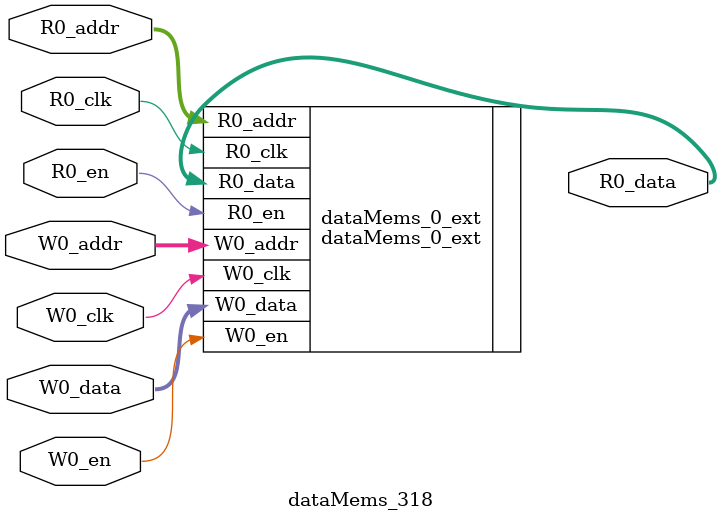
<source format=sv>
`ifndef RANDOMIZE
  `ifdef RANDOMIZE_REG_INIT
    `define RANDOMIZE
  `endif // RANDOMIZE_REG_INIT
`endif // not def RANDOMIZE
`ifndef RANDOMIZE
  `ifdef RANDOMIZE_MEM_INIT
    `define RANDOMIZE
  `endif // RANDOMIZE_MEM_INIT
`endif // not def RANDOMIZE

`ifndef RANDOM
  `define RANDOM $random
`endif // not def RANDOM

// Users can define 'PRINTF_COND' to add an extra gate to prints.
`ifndef PRINTF_COND_
  `ifdef PRINTF_COND
    `define PRINTF_COND_ (`PRINTF_COND)
  `else  // PRINTF_COND
    `define PRINTF_COND_ 1
  `endif // PRINTF_COND
`endif // not def PRINTF_COND_

// Users can define 'ASSERT_VERBOSE_COND' to add an extra gate to assert error printing.
`ifndef ASSERT_VERBOSE_COND_
  `ifdef ASSERT_VERBOSE_COND
    `define ASSERT_VERBOSE_COND_ (`ASSERT_VERBOSE_COND)
  `else  // ASSERT_VERBOSE_COND
    `define ASSERT_VERBOSE_COND_ 1
  `endif // ASSERT_VERBOSE_COND
`endif // not def ASSERT_VERBOSE_COND_

// Users can define 'STOP_COND' to add an extra gate to stop conditions.
`ifndef STOP_COND_
  `ifdef STOP_COND
    `define STOP_COND_ (`STOP_COND)
  `else  // STOP_COND
    `define STOP_COND_ 1
  `endif // STOP_COND
`endif // not def STOP_COND_

// Users can define INIT_RANDOM as general code that gets injected into the
// initializer block for modules with registers.
`ifndef INIT_RANDOM
  `define INIT_RANDOM
`endif // not def INIT_RANDOM

// If using random initialization, you can also define RANDOMIZE_DELAY to
// customize the delay used, otherwise 0.002 is used.
`ifndef RANDOMIZE_DELAY
  `define RANDOMIZE_DELAY 0.002
`endif // not def RANDOMIZE_DELAY

// Define INIT_RANDOM_PROLOG_ for use in our modules below.
`ifndef INIT_RANDOM_PROLOG_
  `ifdef RANDOMIZE
    `ifdef VERILATOR
      `define INIT_RANDOM_PROLOG_ `INIT_RANDOM
    `else  // VERILATOR
      `define INIT_RANDOM_PROLOG_ `INIT_RANDOM #`RANDOMIZE_DELAY begin end
    `endif // VERILATOR
  `else  // RANDOMIZE
    `define INIT_RANDOM_PROLOG_
  `endif // RANDOMIZE
`endif // not def INIT_RANDOM_PROLOG_

// Include register initializers in init blocks unless synthesis is set
`ifndef SYNTHESIS
  `ifndef ENABLE_INITIAL_REG_
    `define ENABLE_INITIAL_REG_
  `endif // not def ENABLE_INITIAL_REG_
`endif // not def SYNTHESIS

// Include rmemory initializers in init blocks unless synthesis is set
`ifndef SYNTHESIS
  `ifndef ENABLE_INITIAL_MEM_
    `define ENABLE_INITIAL_MEM_
  `endif // not def ENABLE_INITIAL_MEM_
`endif // not def SYNTHESIS

module dataMems_318(	// @[generators/ara/src/main/scala/UnsafeAXI4ToTL.scala:365:62]
  input  [4:0]  R0_addr,
  input         R0_en,
  input         R0_clk,
  output [66:0] R0_data,
  input  [4:0]  W0_addr,
  input         W0_en,
  input         W0_clk,
  input  [66:0] W0_data
);

  dataMems_0_ext dataMems_0_ext (	// @[generators/ara/src/main/scala/UnsafeAXI4ToTL.scala:365:62]
    .R0_addr (R0_addr),
    .R0_en   (R0_en),
    .R0_clk  (R0_clk),
    .R0_data (R0_data),
    .W0_addr (W0_addr),
    .W0_en   (W0_en),
    .W0_clk  (W0_clk),
    .W0_data (W0_data)
  );
endmodule


</source>
